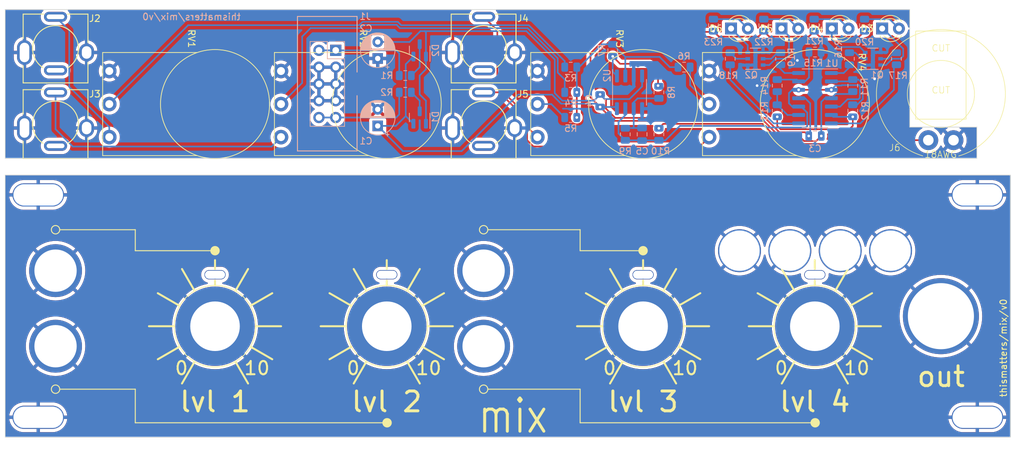
<source format=kicad_pcb>
(kicad_pcb (version 20221018) (generator pcbnew)
  (layers (0 "F.Cu" signal) (31 "B.Cu" signal) (34 "B.Paste" user) (35 "F.Paste" user) (36 "B.SilkS" user "B.Silkscreen") (37 "F.SilkS" user "F.Silkscreen") (38 "B.Mask" user) (39 "F.Mask" user) (44 "Edge.Cuts" user))
  (net 0 "")
  (net 1 "+12V")
  (net 2 "GND")
  (net 3 "-12V")
  (net 4 "Net-(D1-COM)")
  (net 5 "Net-(D2-COM)")
  (net 6 "Net-(D3-K)")
  (net 7 "Net-(D3-A)")
  (net 8 "Net-(D4-K)")
  (net 9 "Net-(D4-A)")
  (net 10 "Net-(D5-K)")
  (net 11 "Net-(D5-A)")
  (net 12 "Net-(D6-K)")
  (net 13 "Net-(D6-A)")
  (net 14 "/FACE")
  (net 15 "/OUT")
  (net 16 "/OUT'")
  (net 17 "Net-(U2B--)")
  (net 18 "Net-(Q1A-B1)")
  (net 19 "Net-(Q1B-B2)")
  (net 20 "Net-(Q2A-B1)")
  (net 21 "Net-(Q2B-B2)")
  (net 22 "Net-(R3-Pad1)")
  (net 23 "Net-(R4-Pad1)")
  (net 24 "Net-(R5-Pad1)")
  (net 25 "Net-(R6-Pad1)")
  (net 26 "Net-(U1A--)")
  (net 27 "Net-(U1B--)")
  (net 28 "Net-(U1C--)")
  (net 29 "Net-(U1D--)")
  (net 30 "Net-(U2A--)")
  (net 31 "Net-(J1-Pin_1)")
  (net 32 "Net-(J1-Pin_10)")
  (net 33 "/IN0")
  (net 35 "/IN1")
  (net 37 "/IN2")
  (net 39 "/IN3")
  (net 41 "Net-(R7-Pad2)")
  (net 42 "Net-(R16-Pad1)")
  (net 43 "Net-(R17-Pad1)")
  (net 44 "Net-(R18-Pad1)")
  (net 45 "Net-(R19-Pad1)")
  (footprint "Eurorack:Mech-AudioJack-Hole" (layer "F.Cu") (at 123.19 90.665)
    (fp_text reference "H7")
    (fp_text value "IN2" hide)
  )
  (footprint "Eurorack:Mech-AudioJack-Hole" (layer "F.Cu") (at 58.42 102.095)
    (fp_text reference "H6")
    (fp_text value "IN1" hide)
  )
  (footprint "Eurorack:Mech-AudioJack-Hole" (layer "F.Cu") (at 123.19 102.095)
    (fp_text reference "H8")
    (fp_text value "IN3" hide)
  )
  (footprint "LED_THT:LED_D3.0mm" (layer "F.Cu") (at 160.632 54.028)
    (fp_text reference "D6")
    (fp_text value "LED_GREEN")
  )
  (footprint "Eurorack:Mech-MountingHole" (layer "F.Cu") (at 55.8 112.85)
    (fp_text reference "H3")
    (fp_text value "MOUNT2")
  )
  (footprint "Eurorack:Mech-Potentiometer-Hole_level_90deg" (layer "F.Cu") (at 108.535 99.073)
    (fp_text reference "H10")
    (fp_text value "lvl 2")
  )
  (footprint "Eurorack:Mech-LED-Hole-3mm-Bezel" (layer "F.Cu") (at 161.907 87.643 -90)
    (fp_text reference "H16" hide)
    (fp_text value "LED3")
  )
  (footprint "LED_THT:LED_D3.0mm" (layer "F.Cu") (at 175.872 54.028)
    (fp_text reference "D4")
    (fp_text value "LED_GREEN")
  )
  (footprint "LED_THT:LED_D3.0mm" (layer "F.Cu") (at 168.252 54.028)
    (fp_text reference "D5")
    (fp_text value "LED_GREEN")
  )
  (footprint "Eurorack:Mech-MountingHole" (layer "F.Cu") (at 55.8 79.2)
    (fp_text reference "H1")
    (fp_text value "MOUNT0")
  )
  (footprint "Eurorack:AudioJack2_Tayda_A-2566" (layer "F.Cu") (at 58.42 57.05)
    (fp_text reference "J2")
    (fp_text value "AudioJack2_SwitchT")
  )
  (footprint "Eurorack:Mech-LED-Hole-3mm-Bezel" (layer "F.Cu") (at 177.147 87.643 -90)
    (fp_text reference "H14" hide)
    (fp_text value "LED1")
  )
  (footprint "Eurorack:Mech-Potentiometer-Hole_level_90deg" (layer "F.Cu") (at 82.55 99.073)
    (fp_text reference "H9")
    (fp_text value "lvl 1")
  )
  (footprint "Eurorack:Potentiometer_RV16AF-41-15R1" (layer "F.Cu") (at 82.55 65.458 -90)
    (fp_text reference "RV1")
    (fp_text value "A250K")
  )
  (footprint "Eurorack:Potentiometer_RV16AF-41-15R1" (layer "F.Cu") (at 147.32 65.458 -90)
    (fp_text reference "RV3")
    (fp_text value "A250K")
  )
  (footprint "Eurorack:AudioJack2_Tayda_A-2566" (layer "F.Cu") (at 58.42 68.48)
    (fp_text reference "J3")
    (fp_text value "AudioJack2_SwitchT")
  )
  (footprint "Eurorack:AudioJack2_Tayda_A-2566" (layer "F.Cu") (at 123.19 57.05)
    (fp_text reference "J4")
    (fp_text value "AudioJack2_SwitchT")
  )
  (footprint "Eurorack:Mech-Potentiometer-Hole_level_90deg" (layer "F.Cu") (at 147.32 99.073)
    (fp_text reference "H11")
    (fp_text value "lvl 3")
  )
  (footprint "Eurorack:AudioJack2_Tayda_A-1009" (layer "F.Cu") (at 192.382 63.934)
    (fp_text reference "J6")
    (fp_text value "AudioJack2")
  )
  (footprint "Eurorack:Mech-Potentiometer-Hole_level_90deg" (layer "F.Cu") (at 173.305 99.073)
    (fp_text reference "H12")
    (fp_text value "lvl 4")
  )
  (footprint "Eurorack:Potentiometer_RV16AF-41-15R1" (layer "F.Cu") (at 108.535 65.458 -90)
    (fp_text reference "RV2")
    (fp_text value "A250K")
  )
  (footprint "Eurorack:AudioJack2_Tayda_A-2566" (layer "F.Cu") (at 123.19 68.48)
    (fp_text reference "J5")
    (fp_text value "AudioJack2_SwitchT")
  )
  (footprint "Eurorack:Mech-AudioJack-Hole" (layer "F.Cu") (at 58.42 90.665)
    (fp_text reference "H5")
    (fp_text value "IN0" hide)
  )
  (footprint "LED_THT:LED_D3.0mm" (layer "F.Cu") (at 183.492 54.028)
    (fp_text reference "D3")
    (fp_text value "LED_ORANGE")
  )
  (footprint "Eurorack:Mech-LED-Hole-3mm-Bezel" (layer "F.Cu") (at 184.767 87.643 -90)
    (fp_text reference "H13" hide)
    (fp_text value "LED0")
  )
  (footprint "Eurorack:Mech-LED-Hole-3mm-Bezel" (layer "F.Cu") (at 169.527 87.643 -90)
    (fp_text reference "H15" hide)
    (fp_text value "LED2")
  )
  (footprint "Eurorack:Potentiometer_RV16AF-41-15R1" (layer "F.Cu") (at 173.305 65.458 -90)
    (fp_text reference "RV4")
    (fp_text value "A250K")
  )
  (footprint "Eurorack:Mech-MountingHole" (layer "F.Cu") (at 197.9 112.85)
    (fp_text reference "H4")
    (fp_text value "MOUNT3")
  )
  (footprint "Eurorack:Mech-MountingHole" (layer "F.Cu") (at 197.9 79.2)
    (fp_text reference "H2")
    (fp_text value "MOUNT1")
  )
  (footprint "Eurorack:Mech-Hole-10mm" (layer "F.Cu") (at 192.382 97.549 90)
    (fp_text reference "H17" hide)
    (fp_text value "out")
  )
  (footprint "Resistor_SMD:R_0805_2012Metric" (layer "B.Cu") (at 185.651 58.6 90)
    (fp_text reference "R17")
    (fp_text value "100K")
  )
  (footprint "Resistor_SMD:R_0805_2012Metric" (layer "B.Cu") (at 111.3325 61.14 180)
    (fp_text reference "R1")
    (fp_text value "10")
  )
  (footprint "Capacitor_THT:CP_Radial_D5.0mm_P2.50mm" (layer "B.Cu") (at 107.165 58.56 90)
    (fp_text reference "C2")
    (fp_text value "22u 50V")
  )
  (footprint "Resistor_SMD:R_0805_2012Metric" (layer "B.Cu") (at 168.125 58.6 90)
    (fp_text reference "R19")
    (fp_text value "100K")
  )
  (footprint "Resistor_SMD:R_0805_2012Metric" (layer "B.Cu") (at 167.617 66.474 90)
    (fp_text reference "R13")
    (fp_text value "270K")
  )
  (footprint "Resistor_SMD:R_0805_2012Metric" (layer "B.Cu") (at 144.63 70.03 -90)
    (fp_text reference "R9")
    (fp_text value "100K")
  )
  (footprint "Package_SO:SOIC-8_3.9x4.9mm_P1.27mm" (layer "B.Cu") (at 145.265 63.68 -90)
    (fp_text reference "U2")
    (fp_text value "TL072")
  )
  (footprint "Resistor_SMD:R_0805_2012Metric" (layer "B.Cu") (at 149.71 63.68 -90)
    (fp_text reference "R8")
    (fp_text value "100K")
  )
  (footprint "Resistor_SMD:R_0805_2012Metric" (layer "B.Cu") (at 142.725 57.33 -90)
    (fp_text reference "R7")
    (fp_text value "100K")
  )
  (footprint "Resistor_SMD:R_0805_2012Metric" (layer "B.Cu") (at 136.375 63.68)
    (fp_text reference "R4")
    (fp_text value "100K")
  )
  (footprint "Capacitor_SMD:C_0805_2012Metric" (layer "B.Cu") (at 147.17 70.03 90)
    (fp_text reference "C5")
    (fp_text value "15p")
  )
  (footprint "Resistor_SMD:R_0805_2012Metric" (layer "B.Cu") (at 179.047 62.664 90)
    (fp_text reference "R11")
    (fp_text value "300K")
  )
  (footprint "Resistor_SMD:R_0805_2012Metric" (layer "B.Cu") (at 179.047 66.474 -90)
    (fp_text reference "R12")
    (fp_text value "270K")
  )
  (footprint "Resistor_SMD:R_0805_2012Metric" (layer "B.Cu") (at 136.375 59.87)
    (fp_text reference "R3")
    (fp_text value "100K")
  )
  (footprint "Resistor_SMD:R_0805_2012Metric" (layer "B.Cu") (at 111.3325 63.68 180)
    (fp_text reference "R2")
    (fp_text value "10")
  )
  (footprint "Resistor_SMD:R_0805_2012Metric" (layer "B.Cu") (at 165.585 53.52 90)
    (fp_text reference "R22")
    (fp_text value "470")
  )
  (footprint "Capacitor_THT:CP_Radial_D5.0mm_P2.50mm" (layer "B.Cu") (at 107.165 68.76 90)
    (fp_text reference "C1")
    (fp_text value "22u 50V")
  )
  (footprint "Package_SO:SOIC-14_3.9x8.7mm_P1.27mm" (layer "B.Cu") (at 173.332 64.569 180)
    (fp_text reference "U1")
    (fp_text value "TL074")
  )
  (footprint "Package_SO:TSOP-6_1.65x3.05mm_P0.95mm" (layer "B.Cu") (at 182.095 58.6)
    (fp_text reference "Q1")
    (fp_text value "BCM847")
  )
  (footprint "Capacitor_SMD:C_0805_2012Metric" (layer "B.Cu") (at 173.332 70.284 180)
    (fp_text reference "C3")
    (fp_text value "100n")
  )
  (footprint "Resistor_SMD:R_0805_2012Metric" (layer "B.Cu") (at 173.332 57.584)
    (fp_text reference "R15")
    (fp_text value "100K")
  )
  (footprint "Package_TO_SOT_SMD:SOT-23" (layer "B.Cu") (at 113.515 57.33 90)
    (fp_text reference "D2")
    (fp_text value "BAT54S")
  )
  (footprint "Resistor_SMD:R_0805_2012Metric" (layer "B.Cu") (at 149.71 70.03 90)
    (fp_text reference "R10")
    (fp_text value "1K")
  )
  (footprint "Resistor_SMD:R_0805_2012Metric" (layer "B.Cu") (at 178.539 58.6 90)
    (fp_text reference "R16")
    (fp_text value "100K")
  )
  (footprint "Resistor_SMD:R_0805_2012Metric" (layer "B.Cu") (at 167.617 62.664 90)
    (fp_text reference "R14")
    (fp_text value "270K")
  )
  (footprint "Resistor_SMD:R_0805_2012Metric" (layer "B.Cu") (at 136.375 67.49)
    (fp_text reference "R5")
    (fp_text value "100K")
  )
  (footprint "Resistor_SMD:R_0805_2012Metric" (layer "B.Cu") (at 173.205 53.52 90)
    (fp_text reference "R21")
    (fp_text value "470")
  )
  (footprint "Resistor_SMD:R_0805_2012Metric" (layer "B.Cu") (at 180.825 53.52 90)
    (fp_text reference "R20")
    (fp_text value "470")
  )
  (footprint "Resistor_SMD:R_0805_2012Metric" (layer "B.Cu") (at 157.965 53.52 90)
    (fp_text reference "R23")
    (fp_text value "470")
  )
  (footprint "Capacitor_SMD:C_0805_2012Metric" (layer "B.Cu") (at 140.82 64.95 90)
    (fp_text reference "C4")
    (fp_text value "100n")
  )
  (footprint "Resistor_SMD:R_0805_2012Metric" (layer "B.Cu") (at 160.505 58.6 90)
    (fp_text reference "R18")
    (fp_text value "100K")
  )
  (footprint "Package_TO_SOT_SMD:SOT-23" (layer "B.Cu") (at 113.515 67.49 90)
    (fp_text reference "D1")
    (fp_text value "BAT54S")
  )
  (footprint "Package_SO:TSOP-6_1.65x3.05mm_P0.95mm" (layer "B.Cu") (at 164.315 58.6)
    (fp_text reference "Q2")
    (fp_text value "BCM847")
  )
  (footprint "Eurorack:PinHeader_2x05_P2.54mm_Vertical" (layer "B.Cu") (at 100.815 57.33 180)
    (fp_text reference "J1")
    (fp_text value "Conn_02x05_Odd_Even")
  )
  (footprint "Resistor_SMD:R_0805_2012Metric" (layer "B.Cu") (at 153.52 59.87 180)
    (fp_text reference "R6")
    (fp_text value "100K")
  )
  (gr_circle (center 108.585 113.678) (end 109.22 113.678) (stroke (width 0.15)) (fill solid) (layer "F.SilkS"))
  (gr_line (start 59.055 108.598) (end 70.485 108.598) (stroke (width 0.15)) (layer "F.SilkS"))
  (gr_line (start 123.825 84.468) (end 137.795 84.468) (stroke (width 0.15)) (layer "F.SilkS"))
  (gr_line (start 123.825 108.598) (end 137.795 108.598) (stroke (width 0.15)) (layer "F.SilkS"))
  (gr_line (start 137.795 108.598) (end 137.795 113.678) (stroke (width 0.15)) (layer "F.SilkS"))
  (gr_line (start 137.795 84.468) (end 137.795 87.643) (stroke (width 0.15)) (layer "F.SilkS"))
  (gr_circle (center 58.42 108.598) (end 59.055 108.598) (stroke (width 0.15)) (fill none) (layer "F.SilkS"))
  (gr_line (start 70.485 87.643) (end 81.915 87.643) (stroke (width 0.15)) (layer "F.SilkS"))
  (gr_circle (center 123.19 108.598) (end 123.825 108.598) (stroke (width 0.15)) (fill none) (layer "F.SilkS"))
  (gr_line (start 70.485 84.468) (end 70.485 87.643) (stroke (width 0.15)) (layer "F.SilkS"))
  (gr_line (start 70.485 113.678) (end 107.95 113.678) (stroke (width 0.15)) (layer "F.SilkS"))
  (gr_line (start 59.055 84.468) (end 70.485 84.468) (stroke (width 0.15)) (layer "F.SilkS"))
  (gr_line (start 70.485 108.598) (end 70.485 113.678) (stroke (width 0.15)) (layer "F.SilkS"))
  (gr_circle (center 147.32 87.643) (end 147.955 87.643) (stroke (width 0.15)) (fill solid) (layer "F.SilkS"))
  (gr_circle (center 58.42 84.468) (end 59.055 84.468) (stroke (width 0.15)) (fill none) (layer "F.SilkS"))
  (gr_circle (center 173.355 113.678) (end 173.99 113.678) (stroke (width 0.15)) (fill solid) (layer "F.SilkS"))
  (gr_circle (center 123.19 84.468) (end 123.825 84.468) (stroke (width 0.15)) (fill none) (layer "F.SilkS"))
  (gr_circle (center 82.55 87.643) (end 83.185 87.643) (stroke (width 0.15)) (fill solid) (layer "F.SilkS"))
  (gr_line (start 137.795 87.643) (end 146.685 87.643) (stroke (width 0.15)) (layer "F.SilkS"))
  (gr_line (start 137.795 113.678) (end 172.72 113.678) (stroke (width 0.15)) (layer "F.SilkS"))
  (gr_line (start 187.66 68.94) (end 197.82 68.94) (stroke (width 0.1)) (layer "Edge.Cuts"))
  (gr_line (start 50.8 51.16) (end 50.8 73.66) (stroke (width 0.1)) (layer "Edge.Cuts"))
  (gr_line (start 50.8 51.16) (end 187.66 51.16) (stroke (width 0.1)) (layer "Edge.Cuts"))
  (gr_line (start 197.82 68.94) (end 197.82 73.66) (stroke (width 0.1)) (layer "Edge.Cuts"))
  (gr_rect (start 50.8 76.2) (end 202.9 115.85) (stroke (width 0.1)) (fill none) (layer "Edge.Cuts"))
  (gr_line (start 197.82 73.66) (end 50.8 73.66) (stroke (width 0.1)) (layer "Edge.Cuts"))
  (gr_line (start 187.66 51.16) (end 187.66 68.94) (stroke (width 0.1)) (layer "Edge.Cuts"))
  (gr_text "thismatters/mix/v0" (at 78.994 52.832) (layer "B.SilkS") (effects (font (size 1 1)) (justify bottom mirror)))
  (gr_text "mix" (at 127.635 115.583) (layer "F.SilkS") (effects (font (size 5 4) (thickness 0.45)) (justify bottom)))
  (gr_text "thismatters/mix/v0" (at 202.438 102.362 90) (layer "F.SilkS") (effects (font (size 1 1)) (justify bottom)))
  (gr_text "out" (at 192.405 106.693) (layer "F.SilkS") (effects (font (size 3 3) (thickness 0.45))))
  (segment (start 158.7855 55.253) (end 164.7645 55.253) (width 0.25) (layer "F.Cu") (net 1))
  (segment (start 174.0255 55.253) (end 180.0045 55.253) (width 0.25) (layer "F.Cu") (net 1))
  (segment (start 139.362 64.442) (end 139.362 57.777) (width 0.25) (layer "F.Cu") (net 1))
  (segment (start 167.752208 70.168) (end 170.803 70.168) (width 0.25) (layer "F.Cu") (net 1))
  (segment (start 173.205 54.4325) (end 174.0255 55.253) (width 0.25) (layer "F.Cu") (net 1))
  (segment (start 157.965 54.4325) (end 158.7855 55.253) (width 0.25) (layer "F.Cu") (net 1))
  (segment (start 157.8615 54.536) (end 157.965 54.4325) (width 0.25) (layer "F.Cu") (net 1))
  (segment (start 142.603 54.536) (end 157.8615 54.536) (width 0.25) (layer "F.Cu") (net 1))
  (segment (start 166.4055 55.253) (end 172.3845 55.253) (width 0.25) (layer "F.Cu") (net 1))
  (segment (start 165.582208 67.998) (end 167.752208 70.168) (width 0.25) (layer "F.Cu") (net 1))
  (segment (start 165.585 54.4325) (end 166.4055 55.253) (width 0.25) (layer "F.Cu") (net 1))
  (segment (start 142.918 67.998) (end 165.582208 67.998) (width 0.25) (layer "F.Cu") (net 1))
  (segment (start 140.82 65.9) (end 139.362 64.442) (width 0.25) (layer "F.Cu") (net 1))
  (segment (start 173.52 71.046) (end 174.282 70.284) (width 0.25) (layer "F.Cu") (net 1))
  (segment (start 140.82 65.9) (end 142.918 67.998) (width 0.25) (layer "F.Cu") (net 1))
  (segment (start 164.7645 55.253) (end 165.585 54.4325) (width 0.25) (layer "F.Cu") (net 1))
  (segment (start 172.3845 55.253) (end 173.205 54.4325) (width 0.25) (layer "F.Cu") (net 1))
  (segment (start 139.362 57.777) (end 142.603 54.536) (width 0.25) (layer "F.Cu") (net 1))
  (segment (start 180.0045 55.253) (end 180.825 54.4325) (width 0.25) (layer "F.Cu") (net 1))
  (segment (start 170.803 70.168) (end 171.681 71.046) (width 0.25) (layer "F.Cu") (net 1))
  (segment (start 171.681 71.046) (end 173.52 71.046) (width 0.25) (layer "F.Cu") (net 1))
  (via (at 140.82 65.9) (size 0.8) (drill 0.4) (layers "F.Cu" "B.Cu") (net 1))
  (via (at 173.205 54.4325) (size 0.8) (drill 0.4) (layers "F.Cu" "B.Cu") (net 1))
  (via (at 174.282 70.284) (size 0.8) (drill 0.4) (layers "F.Cu" "B.Cu") (net 1))
  (via (at 157.965 54.4325) (size 0.8) (drill 0.4) (layers "F.Cu" "B.Cu") (net 1))
  (via (at 165.585 54.4325) (size 0.8) (drill 0.4) (layers "F.Cu" "B.Cu") (net 1))
  (via (at 180.825 54.4325) (size 0.8) (drill 0.4) (layers "F.Cu" "B.Cu") (net 1))
  (segment (start 119.865 72.57) (end 128.402 64.033) (width 0.25) (layer "B.Cu") (net 1))
  (segment (start 111.4075 67.27) (end 109.9175 68.76) (width 0.25) (layer "B.Cu") (net 1))
  (segment (start 109.9175 68.76) (end 107.165 68.76) (width 0.25) (layer "B.Cu") (net 1))
  (segment (start 140.82 65.9) (end 143.105 65.9) (width 0.25) (layer "B.Cu") (net 1))
  (segment (start 112.565 58.2675) (end 111.4075 59.425) (width 0.25) (layer "B.Cu") (net 1))
  (segment (start 110.975 72.57) (end 119.865 72.57) (width 0.25) (layer "B.Cu") (net 1))
  (segment (start 111.4075 59.425) (end 111.4075 67.27) (width 0.25) (layer "B.Cu") (net 1))
  (segment (start 134.918604 65.4) (end 140.32 65.4) (width 0.25) (layer "B.Cu") (net 1))
  (segment (start 140.32 65.4) (end 140.82 65.9) (width 0.25) (layer "B.Cu") (net 1))
  (segment (start 174.282 65.119001) (end 174.832001 64.569) (width 0.25) (layer "B.Cu") (net 1))
  (segment (start 175.807 64.569) (end 176.442 63.934) (width 0.25) (layer "B.Cu") (net 1))
  (segment (start 128.402 64.033) (end 133.551604 64.033) (width 0.25) (layer "B.Cu") (net 1))
  (segment (start 174.832001 64.569) (end 175.807 64.569) (width 0.25) (layer "B.Cu") (net 1))
  (segment (start 174.282 70.284) (end 174.282 65.119001) (width 0.25) (layer "B.Cu") (net 1))
  (segment (start 111.4075 67.27) (end 112.565 68.4275) (width 0.25) (layer "B.Cu") (net 1))
  (segment (start 143.105 65.9) (end 143.36 66.155) (width 0.25) (layer "B.Cu") (net 1))
  (segment (start 176.442 63.934) (end 178.6895 63.934) (width 0.25) (layer "B.Cu") (net 1))
  (segment (start 107.165 68.76) (end 110.975 72.57) (width 0.25) (layer "B.Cu") (net 1))
  (segment (start 133.551604 64.033) (end 134.918604 65.4) (width 0.25) (layer "B.Cu") (net 1))
  (segment (start 179.555 58.854) (end 182.349 61.648) (width 0.25) (layer "F.Cu") (net 2))
  (segment (start 166.347 60.886) (end 168.379 58.854) (width 0.25) (layer "F.Cu") (net 2))
  (segment (start 170.665 58.854) (end 179.555 58.854) (width 0.25) (layer "F.Cu") (net 2))
  (segment (start 168.379 58.854) (end 170.665 58.854) (width 0.25) (layer "F.Cu") (net 2))
  (segment (start 159.511 62.664) (end 164.569 62.664) (width 0.25) (layer "F.Cu") (net 2))
  (segment (start 157.305 60.458) (end 159.511 62.664) (width 0.25) (layer "F.Cu") (net 2))
  (segment (start 164.569 62.664) (end 166.347 60.886) (width 0.25) (layer "F.Cu") (net 2))
  (via (at 170.665 58.854) (size 0.8) (drill 0.4) (layers "F.Cu" "B.Cu") (net 2))
  (via (at 164.569 62.664) (size 0.8) (drill 0.4) (layers "F.Cu" "B.Cu") (net 2))
  (via (at 182.349 61.648) (size 0.8) (drill 0.4) (layers "F.Cu" "B.Cu") (net 2))
  (segment (start 171.816 69.718) (end 167.938604 69.718) (width 0.25) (layer "F.Cu") (net 3))
  (segment (start 143.104396 67.548) (end 141.709 66.152604) (width 0.25) (layer "F.Cu") (net 3))
  (segment (start 141.709 64.889) (end 140.82 64) (width 0.25) (layer "F.Cu") (net 3))
  (segment (start 167.938604 69.718) (end 165.768604 67.548) (width 0.25) (layer "F.Cu") (net 3))
  (segment (start 141.709 66.152604) (end 141.709 64.889) (width 0.25) (layer "F.Cu") (net 3))
  (segment (start 165.768604 67.548) (end 143.104396 67.548) (width 0.25) (layer "F.Cu") (net 3))
  (segment (start 172.382 70.284) (end 171.816 69.718) (width 0.25) (layer "F.Cu") (net 3))
  (via (at 172.382 70.284) (size 0.8) (drill 0.4) (layers "F.Cu" "B.Cu") (net 3))
  (via (at 140.82 64) (size 0.8) (drill 0.4) (layers "F.Cu" "B.Cu") (net 3))
  (segment (start 113.515 64) (end 114.465 64.95) (width 0.25) (layer "B.Cu") (net 3))
  (segment (start 133.955802 63.800802) (end 135.105 64.95) (width 0.25) (layer "B.Cu") (net 3))
  (segment (start 114.465 58.2675) (end 114.465 60.19) (width 0.25) (layer "B.Cu") (net 3))
  (segment (start 114.465 54.608) (end 114.277 54.42) (width 0.25) (layer "B.Cu") (net 3))
  (segment (start 107.165 56.06) (end 111.991 56.06) (width 0.25) (layer "B.Cu") (net 3))
  (segment (start 140.82 64) (end 141.516 64.696) (width 0.25) (layer "B.Cu") (net 3))
  (segment (start 147.17 62.791) (end 147.17 61.205) (width 0.25) (layer "B.Cu") (net 3))
  (segment (start 171.831999 64.569) (end 170.857 64.569) (width 0.25) (layer "B.Cu") (net 3))
  (segment (start 113.515 61.14) (end 113.515 64) (width 0.25) (layer "B.Cu") (net 3))
  (segment (start 141.516 64.696) (end 145.265 64.696) (width 0.25) (layer "B.Cu") (net 3))
  (segment (start 172.607 65.344001) (end 171.831999 64.569) (width 0.25) (layer "B.Cu") (net 3))
  (segment (start 139.87 64.95) (end 140.82 64) (width 0.25) (layer "B.Cu") (net 3))
  (segment (start 133.955802 58.723594) (end 133.955802 63.800802) (width 0.25) (layer "B.Cu") (net 3))
  (segment (start 113.631 54.42) (end 114.277 54.42) (width 0.25) (layer "B.Cu") (net 3))
  (segment (start 114.465 64.95) (end 114.465 68.4275) (width 0.25) (layer "B.Cu") (net 3))
  (segment (start 114.277 54.42) (end 129.652208 54.42) (width 0.25) (layer "B.Cu") (net 3))
  (segment (start 172.607 70.059) (end 172.607 65.344001) (width 0.25) (layer "B.Cu") (net 3))
  (segment (start 135.105 64.95) (end 139.87 64.95) (width 0.25) (layer "B.Cu") (net 3))
  (segment (start 114.465 58.2675) (end 114.465 54.608) (width 0.25) (layer "B.Cu") (net 3))
  (segment (start 145.265 64.696) (end 147.17 62.791) (width 0.25) (layer "B.Cu") (net 3))
  (segment (start 111.991 56.06) (end 113.631 54.42) (width 0.25) (layer "B.Cu") (net 3))
  (segment (start 129.652208 54.42) (end 133.955802 58.723594) (width 0.25) (layer "B.Cu") (net 3))
  (segment (start 114.465 60.19) (end 113.515 61.14) (width 0.25) (layer "B.Cu") (net 3))
  (segment (start 113.515 64.95) (end 113.515 66.5525) (width 0.25) (layer "B.Cu") (net 4))
  (segment (start 112.245 63.68) (end 113.515 64.95) (width 0.25) (layer "B.Cu") (net 4))
  (segment (start 113.515 59.87) (end 113.515 56.3925) (width 0.25) (layer "B.Cu") (net 5))
  (segment (start 112.245 61.14) (end 113.515 59.87) (width 0.25) (layer "B.Cu") (net 5))
  (segment (start 186.2711 58.6) (end 185.0309 58.6) (width 0.25) (layer "B.Cu") (net 6))
  (segment (start 183.619 54.028) (end 186.676 57.085) (width 0.25) (layer "B.Cu") (net 6))
  (segment (start 186.676 58.1951) (end 186.2711 58.6) (width 0.25) (layer "B.Cu") (net 6))
  (segment (start 184.0809 59.55) (end 183.255 59.55) (width 0.25) (layer "B.Cu") (net 6))
  (segment (start 186.676 57.085) (end 186.676 58.1951) (width 0.25) (layer "B.Cu") (net 6))
  (segment (start 185.0309 58.6) (end 184.0809 59.55) (width 0.25) (layer "B.Cu") (net 6))
  (segment (start 184.6115 52.6075) (end 180.825 52.6075) (width 0.25) (layer "B.Cu") (net 7))
  (segment (start 186.032 54.028) (end 184.6115 52.6075) (width 0.25) (layer "B.Cu") (net 7))
  (segment (start 177.015 56.822) (end 175.872 55.679) (width 0.25) (layer "B.Cu") (net 8))
  (segment (start 180.935 57.65) (end 180.107 56.822) (width 0.25) (layer "B.Cu") (net 8))
  (segment (start 180.107 56.822) (end 177.015 56.822) (width 0.25) (layer "B.Cu") (net 8))
  (segment (start 175.872 55.679) (end 175.872 54.028) (width 0.25) (layer "B.Cu") (net 8))
  (segment (start 176.9915 52.6075) (end 173.205 52.6075) (width 0.25) (layer "B.Cu") (net 9))
  (segment (start 178.412 54.028) (end 176.9915 52.6075) (width 0.25) (layer "B.Cu") (net 9))
  (segment (start 168.887 58.6) (end 169.395 58.092) (width 0.25) (layer "B.Cu") (net 10))
  (segment (start 169.395 58.092) (end 169.395 55.171) (width 0.25) (layer "B.Cu") (net 10))
  (segment (start 165.475 59.55) (end 166.413 59.55) (width 0.25) (layer "B.Cu") (net 10))
  (segment (start 166.413 59.55) (end 167.363 58.6) (width 0.25) (layer "B.Cu") (net 10))
  (segment (start 167.363 58.6) (end 168.887 58.6) (width 0.25) (layer "B.Cu") (net 10))
  (segment (start 169.395 55.171) (end 168.252 54.028) (width 0.25) (layer "B.Cu") (net 10))
  (segment (start 170.792 54.028) (end 169.3715 52.6075) (width 0.25) (layer "B.Cu") (net 11))
  (segment (start 169.3715 52.6075) (end 165.585 52.6075) (width 0.25) (layer "B.Cu") (net 11))
  (segment (start 163.155 56.551) (end 160.632 54.028) (width 0.25) (layer "B.Cu") (net 12))
  (segment (start 163.155 57.65) (end 163.155 56.551) (width 0.25) (layer "B.Cu") (net 12))
  (segment (start 163.172 54.028) (end 161.7515 52.6075) (width 0.25) (layer "B.Cu") (net 13))
  (segment (start 161.7515 52.6075) (end 157.965 52.6075) (width 0.25) (layer "B.Cu") (net 13))
  (segment (start 171.494604 71.496) (end 184.693 71.496) (width 0.25) (layer "F.Cu") (net 15))
  (segment (start 149.71 69.1175) (end 150.3795 68.448) (width 0.25) (layer "F.Cu") (net 15))
  (segment (start 184.693 71.496) (end 185.27 70.919) (width 0.25) (layer "F.Cu") (net 15))
  (segment (start 167.565812 70.618) (end 170.616604 70.618) (width 0.25) (layer "F.Cu") (net 15))
  (segment (start 185.27 70.919) (end 190.477 70.919) (width 0.25) (layer "F.Cu") (net 15))
  (segment (start 165.395812 68.448) (end 167.565812 70.618) (width 0.25) (layer "F.Cu") (net 15))
  (segment (start 150.3795 68.448) (end 165.395812 68.448) (width 0.25) (layer "F.Cu") (net 15))
  (segment (start 170.616604 70.618) (end 171.494604 71.496) (width 0.25) (layer "F.Cu") (net 15))
  (via (at 149.71 69.1175) (size 0.8) (drill 0.4) (layers "F.Cu" "B.Cu") (net 15))
  (segment (start 170.857 63.299) (end 175.807 63.299) (width 0.25) (layer "F.Cu") (net 16))
  (via (at 175.807 63.299) (size 0.8) (drill 0.4) (layers "F.Cu" "B.Cu") (net 16))
  (via (at 170.857 63.299) (size 0.8) (drill 0.4) (layers "F.Cu" "B.Cu") (net 16))
  (segment (start 169.882001 65.839) (end 169.395 65.351999) (width 0.25) (layer "B.Cu") (net 16))
  (segment (start 177.348 62.654) (end 176.452 62.654) (width 0.25) (layer "B.Cu") (net 16))
  (segment (start 150.7025 70.9425) (end 152.885 68.76) (width 0.25) (layer "B.Cu") (net 16))
  (segment (start 169.395 63.786001) (end 169.882001 63.299) (width 0.25) (layer "B.Cu") (net 16))
  (segment (start 149.71 70.9425) (end 150.7025 70.9425) (width 0.25) (layer "B.Cu") (net 16))
  (segment (start 143.605 69.9175) (end 144.63 70.9425) (width 0.25) (layer "B.Cu") (net 16))
  (segment (start 179.906604 64.724) (end 180.121 64.509604) (width 0.25) (layer "B.Cu") (net 16))
  (segment (start 165.839 68.76) (end 166.083 69.004) (width 0.25) (layer "B.Cu") (net 16))
  (segment (start 171.945 69.004) (end 172.157 68.792) (width 0.25) (layer "B.Cu") (net 16))
  (segment (start 180.121 62.722) (end 179.988 62.589) (width 0.25) (layer "B.Cu") (net 16))
  (segment (start 176.452 62.654) (end 175.807 63.299) (width 0.25) (layer "B.Cu") (net 16))
  (segment (start 143.605 68.154999) (end 143.605 69.9175) (width 0.25) (layer "B.Cu") (net 16))
  (segment (start 169.395 65.351999) (end 169.395 63.786001) (width 0.25) (layer "B.Cu") (net 16))
  (segment (start 177.142 65.839) (end 178.257 64.724) (width 0.25) (layer "B.Cu") (net 16))
  (segment (start 144.63 67.129999) (end 143.605 68.154999) (width 0.25) (layer "B.Cu") (net 16))
  (segment (start 144.63 66.155) (end 144.63 67.129999) (width 0.25) (layer "B.Cu") (net 16))
  (segment (start 179.988 62.589) (end 177.413 62.589) (width 0.25) (layer "B.Cu") (net 16))
  (segment (start 172.157 68.792) (end 172.157 66.758092) (width 0.25) (layer "B.Cu") (net 16))
  (segment (start 172.157 66.758092) (end 171.237908 65.839) (width 0.25) (layer "B.Cu") (net 16))
  (segment (start 170.857 65.839) (end 169.882001 65.839) (width 0.25) (layer "B.Cu") (net 16))
  (segment (start 180.121 64.509604) (end 180.121 62.722) (width 0.25) (layer "B.Cu") (net 16))
  (segment (start 177.413 62.589) (end 177.348 62.654) (width 0.25) (layer "B.Cu") (net 16))
  (segment (start 175.807 65.839) (end 177.142 65.839) (width 0.25) (layer "B.Cu") (net 16))
  (segment (start 166.083 69.004) (end 171.945 69.004) (width 0.25) (layer "B.Cu") (net 16))
  (segment (start 169.882001 63.299) (end 170.857 63.299) (width 0.25) (layer "B.Cu") (net 16))
  (segment (start 144.63 70.9425) (end 149.71 70.9425) (width 0.25) (layer "B.Cu") (net 16))
  (segment (start 178.257 64.724) (end 179.906604 64.724) (width 0.25) (layer "B.Cu") (net 16))
  (segment (start 152.885 68.76) (end 165.839 68.76) (width 0.25) (layer "B.Cu") (net 16))
  (segment (start 147.17 69.08) (end 145.773 69.08) (width 0.25) (layer "B.Cu") (net 17))
  (segment (start 145.9 66.155) (end 145.9 68.953) (width 0.25) (layer "B.Cu") (net 17))
  (segment (start 145.9 68.953) (end 145.773 69.08) (width 0.25) (layer "B.Cu") (net 17))
  (segment (start 145.773 69.08) (end 144.6675 69.08) (width 0.25) (layer "B.Cu") (net 17))
  (segment (start 146.487501 64.5925) (end 145.9 65.180001) (width 0.25) (layer "B.Cu") (net 17))
  (segment (start 149.71 64.5925) (end 146.487501 64.5925) (width 0.25) (layer "B.Cu") (net 17))
  (segment (start 145.9 65.180001) (end 145.9 66.155) (width 0.25) (layer "B.Cu") (net 17))
  (segment (start 180.335 58.6) (end 179.4225 57.6875) (width 0.25) (layer "B.Cu") (net 18))
  (segment (start 180.935 58.6) (end 180.335 58.6) (width 0.25) (layer "B.Cu") (net 18))
  (segment (start 179.4225 57.6875) (end 178.539 57.6875) (width 0.25) (layer "B.Cu") (net 18))
  (segment (start 183.255 58.6) (end 184.381 58.6) (width 0.25) (layer "B.Cu") (net 19))
  (segment (start 184.381 58.6) (end 185.2935 57.6875) (width 0.25) (layer "B.Cu") (net 19))
  (segment (start 161.4175 58.6) (end 163.155 58.6) (width 0.25) (layer "B.Cu") (net 20))
  (segment (start 161.4175 58.6) (end 160.505 57.6875) (width 0.25) (layer "B.Cu") (net 20))
  (segment (start 165.475 58.6) (end 166.726604 58.6) (width 0.25) (layer "B.Cu") (net 21))
  (segment (start 166.726604 58.6) (end 167.639104 57.6875) (width 0.25) (layer "B.Cu") (net 21))
  (segment (start 78.488 53.52) (end 104.371 53.52) (width 0.25) (layer "B.Cu") (net 22))
  (segment (start 135.4625 58.9575) (end 135.4625 59.87) (width 0.25) (layer "B.Cu") (net 22))
  (segment (start 110.213 53.012) (end 110.721 53.52) (width 0.25) (layer "B.Cu") (net 22))
  (segment (start 104.371 53.52) (end 104.879 53.012) (width 0.25) (layer "B.Cu") (net 22))
  (segment (start 110.721 53.52) (end 130.025 53.52) (width 0.25) (layer "B.Cu") (net 22))
  (segment (start 130.025 53.52) (end 135.4625 58.9575) (width 0.25) (layer "B.Cu") (net 22))
  (segment (start 66.55 65.458) (end 78.488 53.52) (width 0.25) (layer "B.Cu") (net 22))
  (segment (start 104.879 53.012) (end 110.213 53.012) (width 0.25) (layer "B.Cu") (net 22))
  (segment (start 104.557396 53.97) (end 105.065396 53.462) (width 0.25) (layer "B.Cu") (net 23))
  (segment (start 129.838604 53.97) (end 134.405802 58.537198) (width 0.25) (layer "B.Cu") (net 23))
  (segment (start 97.005 53.97) (end 104.557396 53.97) (width 0.25) (layer "B.Cu") (net 23))
  (segment (start 95.735 55.24) (end 97.005 53.97) (width 0.25) (layer "B.Cu") (net 23))
  (segment (start 135.4625 61.7515) (end 135.4625 63.68) (width 0.25) (layer "B.Cu") (net 23))
  (segment (start 134.405802 58.537198) (end 134.405802 60.694802) (width 0.25) (layer "B.Cu") (net 23))
  (segment (start 110.026604 53.462) (end 110.534604 53.97) (width 0.25) (layer "B.Cu") (net 23))
  (segment (start 105.065396 53.462) (end 110.026604 53.462) (width 0.25) (layer "B.Cu") (net 23))
  (segment (start 110.534604 53.97) (end 129.838604 53.97) (width 0.25) (layer "B.Cu") (net 23))
  (segment (start 134.405802 60.694802) (end 135.4625 61.7515) (width 0.25) (layer "B.Cu") (net 23))
  (segment (start 95.735 62.258) (end 95.735 55.24) (width 0.25) (layer "B.Cu") (net 23))
  (segment (start 92.535 65.458) (end 95.735 62.258) (width 0.25) (layer "B.Cu") (net 23))
  (segment (start 131.32 65.458) (end 133.4305 65.458) (width 0.25) (layer "B.Cu") (net 24))
  (segment (start 133.4305 65.458) (end 135.4625 67.49) (width 0.25) (layer "B.Cu") (net 24))
  (segment (start 154.4325 59.87) (end 154.4325 62.5855) (width 0.25) (layer "B.Cu") (net 25))
  (segment (start 154.4325 62.5855) (end 157.305 65.458) (width 0.25) (layer "B.Cu") (net 25))
  (segment (start 179.7055 65.5615) (end 179.047 65.5615) (width 0.25) (layer "B.Cu") (net 26))
  (segment (start 180.571 64.696) (end 179.7055 65.5615) (width 0.25) (layer "B.Cu") (net 26))
  (segment (start 179.9125 61.7515) (end 180.571 62.41) (width 0.25) (layer "B.Cu") (net 26))
  (segment (start 175.807 62.029) (end 178.7695 62.029) (width 0.25) (layer "B.Cu") (net 26))
  (segment (start 180.571 62.41) (end 180.571 64.696) (width 0.25) (layer "B.Cu") (net 26))
  (segment (start 179.047 61.7515) (end 179.9125 61.7515) (width 0.25) (layer "B.Cu") (net 26))
  (segment (start 167.617 68.76) (end 168.125 69.268) (width 0.25) (layer "F.Cu") (net 27))
  (segment (start 178.539 69.268) (end 179.047 68.76) (width 0.25) (layer "F.Cu") (net 27))
  (segment (start 167.617 67.3865) (end 167.617 68.76) (width 0.25) (layer "F.Cu") (net 27))
  (segment (start 168.125 69.268) (end 178.539 69.268) (width 0.25) (layer "F.Cu") (net 27))
  (segment (start 179.047 68.76) (end 179.047 67.3865) (width 0.25) (layer "F.Cu") (net 27))
  (via (at 167.617 67.3865) (size 0.8) (drill 0.4) (layers "F.Cu" "B.Cu") (net 27))
  (via (at 179.047 67.3865) (size 0.8) (drill 0.4) (layers "F.Cu" "B.Cu") (net 27))
  (segment (start 176.0845 67.3865) (end 175.807 67.109) (width 0.25) (layer "B.Cu") (net 27))
  (segment (start 179.047 67.3865) (end 176.0845 67.3865) (width 0.25) (layer "B.Cu") (net 27))
  (segment (start 170.857 67.109) (end 169.1645 67.109) (width 0.25) (layer "B.Cu") (net 28))
  (segment (start 169.1645 67.109) (end 167.617 65.5615) (width 0.25) (layer "B.Cu") (net 28))
  (segment (start 167.617 65.5615) (end 167.617 63.5765) (width 0.25) (layer "B.Cu") (net 28))
  (segment (start 170.5795 61.7515) (end 170.857 62.029) (width 0.25) (layer "B.Cu") (net 29))
  (segment (start 172.4195 61.441499) (end 172.4195 57.584) (width 0.25) (layer "B.Cu") (net 29))
  (segment (start 167.617 61.7515) (end 170.5795 61.7515) (width 0.25) (layer "B.Cu") (net 29))
  (segment (start 171.831999 62.029) (end 172.4195 61.441499) (width 0.25) (layer "B.Cu") (net 29))
  (segment (start 170.857 62.029) (end 171.831999 62.029) (width 0.25) (layer "B.Cu") (net 29))
  (segment (start 137.2875 63.68) (end 137.2875 67.49) (width 0.25) (layer "F.Cu") (net 30))
  (via (at 137.2875 63.68) (size 0.8) (drill 0.4) (layers "F.Cu" "B.Cu") (net 30))
  (via (at 137.2875 67.49) (size 0.8) (drill 0.4) (layers "F.Cu" "B.Cu") (net 30))
  (segment (start 141.0975 56.4175) (end 142.725 56.4175) (width 0.25) (layer "B.Cu") (net 30))
  (segment (start 137.2875 59.87) (end 137.2875 63.68) (width 0.25) (layer "B.Cu") (net 30))
  (segment (start 144.63 58.3225) (end 142.725 56.4175) (width 0.25) (layer "B.Cu") (net 30))
  (segment (start 137.645 59.87) (end 141.0975 56.4175) (width 0.25) (layer "B.Cu") (net 30))
  (segment (start 152.6075 59.87) (end 151.361 59.87) (width 0.25) (layer "B.Cu") (net 30))
  (segment (start 144.63 61.205) (end 144.63 58.3225) (width 0.25) (layer "B.Cu") (net 30))
  (segment (start 149.8135 58.3225) (end 144.63 58.3225) (width 0.25) (layer "B.Cu") (net 30))
  (segment (start 151.361 59.87) (end 149.8135 58.3225) (width 0.25) (layer "B.Cu") (net 30))
  (segment (start 110.42 61.14) (end 110.42 57.791) (width 0.25) (layer "B.Cu") (net 31))
  (segment (start 110.42 57.791) (end 109.959 57.33) (width 0.25) (layer "B.Cu") (net 31))
  (segment (start 109.959 57.33) (end 98.275 57.33) (width 0.25) (layer "B.Cu") (net 31))
  (segment (start 98.275 67.49) (end 109.959 67.49) (width 0.25) (layer "B.Cu") (net 32))
  (segment (start 109.959 67.49) (end 110.42 67.029) (width 0.25) (layer "B.Cu") (net 32))
  (segment (start 110.42 67.029) (end 110.42 63.68) (width 0.25) (layer "B.Cu") (net 32))
  (segment (start 58.42 52.25) (end 60.495 54.325) (width 0.25) (layer "B.Cu") (net 33))
  (segment (start 66.55 68.902366) (end 66.55 70.458) (width 0.25) (layer "B.Cu") (net 33))
  (segment (start 60.495 62.847366) (end 66.55 68.902366) (width 0.25) (layer "B.Cu") (net 33))
  (segment (start 60.495 54.325) (end 60.495 62.847366) (width 0.25) (layer "B.Cu") (net 33))
  (segment (start 92.535 70.458) (end 91.11 71.883) (width 0.25) (layer "B.Cu") (net 35))
  (segment (start 91.11 71.883) (end 61.04328 71.883) (width 0.25) (layer "B.Cu") (net 35))
  (segment (start 58.42 69.25972) (end 58.42 63.68) (width 0.25) (layer "B.Cu") (net 35))
  (segment (start 61.04328 71.883) (end 58.42 69.25972) (width 0.25) (layer "B.Cu") (net 35))
  (segment (start 131.32 70.458) (end 130.221 69.359) (width 0.25) (layer "F.Cu") (net 37))
  (segment (start 130.221 69.359) (end 130.221 67.686) (width 0.25) (layer "F.Cu") (net 37))
  (segment (start 125.265 62.73) (end 125.265 54.325) (width 0.25) (layer "F.Cu") (net 37))
  (segment (start 130.221 67.686) (end 125.265 62.73) (width 0.25) (layer "F.Cu") (net 37))
  (segment (start 125.265 54.325) (end 123.19 52.25) (width 0.25) (layer "F.Cu") (net 37))
  (segment (start 130.729745 71.883) (end 155.88 71.883) (width 0.25) (layer "F.Cu") (net 39))
  (segment (start 123.19 63.68) (end 125.578604 63.68) (width 0.25) (layer "F.Cu") (net 39))
  (segment (start 155.88 71.883) (end 157.305 70.458) (width 0.25) (layer "F.Cu") (net 39))
  (segment (start 129.771 67.872396) (end 129.771 70.924255) (width 0.25) (layer "F.Cu") (net 39))
  (segment (start 129.771 70.924255) (end 130.729745 71.883) (width 0.25) (layer "F.Cu") (net 39))
  (segment (start 125.578604 63.68) (end 129.771 67.872396) (width 0.25) (layer "F.Cu") (net 39))
  (segment (start 149.583 60.632) (end 148.313 59.362) (width 0.25) (layer "F.Cu") (net 41))
  (segment (start 148.313 59.362) (end 143.8445 59.362) (width 0.25) (layer "F.Cu") (net 41))
  (segment (start 143.8445 59.362) (end 142.725 58.2425) (width 0.25) (layer "F.Cu") (net 41))
  (segment (start 149.583 62.664) (end 149.583 60.632) (width 0.25) (layer "F.Cu") (net 41))
  (via (at 142.725 58.2425) (size 0.8) (drill 0.4) (layers "F.Cu" "B.Cu") (net 41))
  (via (at 149.583 62.664) (size 0.8) (drill 0.4) (layers "F.Cu" "B.Cu") (net 41))
  (segment (start 142.725 60.57) (end 143.36 61.205) (width 0.25) (layer "B.Cu") (net 41))
  (segment (start 142.725 58.2425) (end 142.725 60.57) (width 0.25) (layer "B.Cu") (net 41))
  (segment (start 177.6735 60.759) (end 178.92 59.5125) (width 0.25) (layer "B.Cu") (net 42))
  (segment (start 175.807 60.759) (end 177.6735 60.759) (width 0.25) (layer "B.Cu") (net 42))
  (segment (start 175.807 68.379) (end 180.19 68.379) (width 0.25) (layer "B.Cu") (net 43))
  (segment (start 180.19 68.379) (end 185.27 63.299) (width 0.25) (layer "B.Cu") (net 43))
  (segment (start 185.27 63.299) (end 185.27 59.5125) (width 0.25) (layer "B.Cu") (net 43))
  (segment (start 167.0769 68.379) (end 161.14 62.4421) (width 0.25) (layer "B.Cu") (net 44))
  (segment (start 161.14 62.4421) (end 161.14 62.41) (width 0.25) (layer "B.Cu") (net 44))
  (segment (start 161.14 62.41) (end 160.505 61.775) (width 0.25) (layer "B.Cu") (net 44))
  (segment (start 160.505 61.775) (end 160.505 59.5125) (width 0.25) (layer "B.Cu") (net 44))
  (segment (start 170.857 68.379) (end 167.0769 68.379) (width 0.25) (layer "B.Cu") (net 44))
  (segment (start 170.857 60.759) (end 168.7365 60.759) (width 0.25) (layer "B.Cu") (net 45))
  (segment (start 168.7365 60.759) (end 167.49 59.5125) (width 0.25) (layer "B.Cu") (net 45))
  (zone (net 14) (net_name "/FACE") (layers "F&B.Cu") (connect_pads (clearance 0.5)) (min_thickness 0.25) (fill yes (thermal_gap 0.5) (thermal_bridge_width 0.5))
    (polygon (pts (xy 204.955 75.11) (xy 50.015 75.11) (xy 50.015 118.29) (xy 204.955 118.29)))
  )
  (zone (net 2) (net_name "GND") (layers "F&B.Cu") (priority 1) (connect_pads (clearance 0.5)) (min_thickness 0.25) (fill yes (thermal_gap 0.5) (thermal_bridge_width 0.5))
    (polygon (pts (xy 202.415 49.71) (xy 50.015 49.71) (xy 50.015 75.11) (xy 202.415 75.11)))
  )
)
</source>
